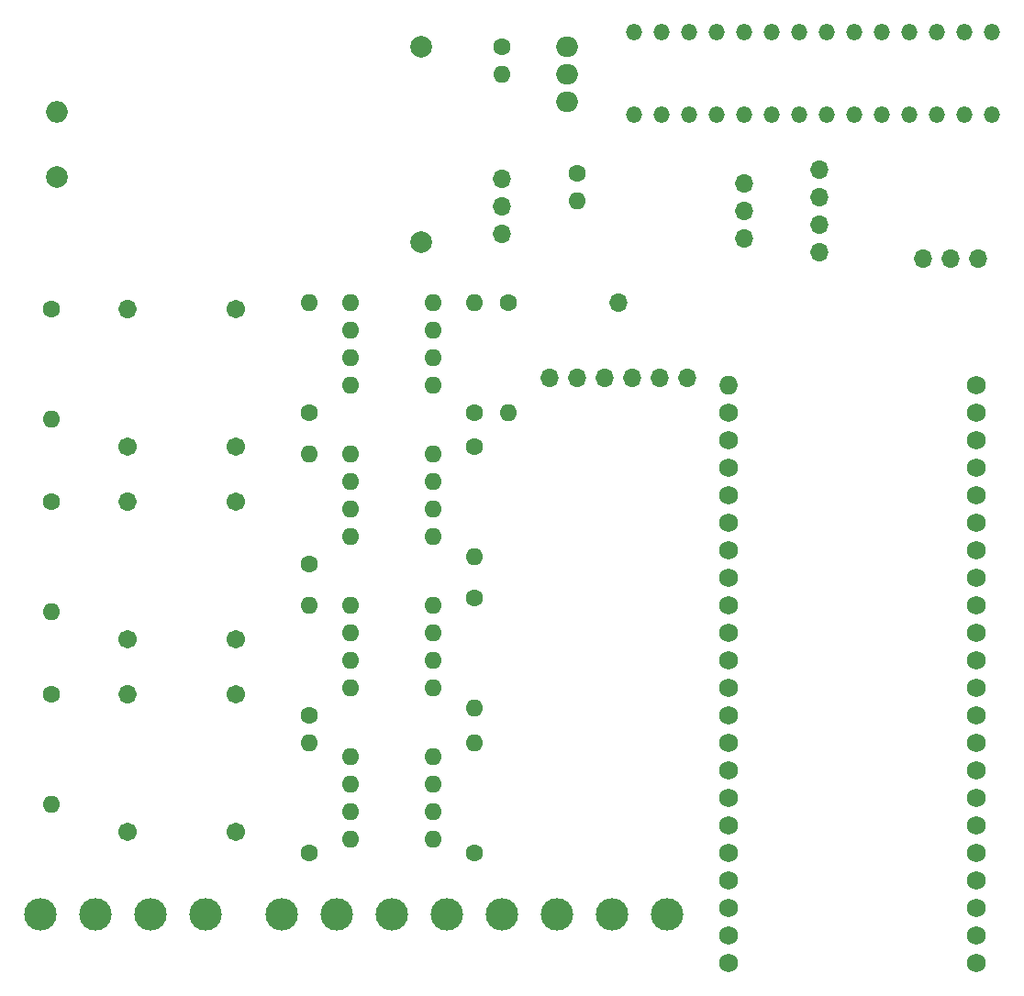
<source format=gbr>
%TF.GenerationSoftware,KiCad,Pcbnew,7.0.10*%
%TF.CreationDate,2024-06-01T01:33:42-03:00*%
%TF.ProjectId,board,626f6172-642e-46b6-9963-61645f706362,1.1*%
%TF.SameCoordinates,Original*%
%TF.FileFunction,Soldermask,Bot*%
%TF.FilePolarity,Negative*%
%FSLAX46Y46*%
G04 Gerber Fmt 4.6, Leading zero omitted, Abs format (unit mm)*
G04 Created by KiCad (PCBNEW 7.0.10) date 2024-06-01 01:33:42*
%MOMM*%
%LPD*%
G01*
G04 APERTURE LIST*
%ADD10O,1.600000X1.600000*%
%ADD11O,1.500000X1.500000*%
%ADD12C,1.600000*%
%ADD13O,2.000000X2.000000*%
%ADD14C,2.000000*%
%ADD15O,1.734000X1.734000*%
%ADD16C,1.734000*%
%ADD17O,1.712000X1.712000*%
%ADD18C,1.712000*%
%ADD19O,3.000000X3.000000*%
%ADD20C,3.000000*%
%ADD21O,1.700000X1.700000*%
%ADD22O,2.000000X1.905000*%
G04 APERTURE END LIST*
D10*
%TO.C,AMP3*%
X131953000Y-96748600D03*
X131953000Y-99288600D03*
X131953000Y-101828600D03*
X131953000Y-104368600D03*
X139573000Y-104368600D03*
X139573000Y-101828600D03*
X139573000Y-99288600D03*
X139573000Y-96748600D03*
%TD*%
D11*
%TO.C,DZ14*%
X191135000Y-51435000D03*
X191135000Y-43815000D03*
%TD*%
D12*
%TO.C,R9*%
X143373000Y-82133600D03*
D10*
X143373000Y-92293600D03*
%TD*%
D11*
%TO.C,DZ2*%
X160655000Y-51435000D03*
X160655000Y-43815000D03*
%TD*%
D12*
%TO.C,R7*%
X128133000Y-92928600D03*
D10*
X128133000Y-82768600D03*
%TD*%
D13*
%TO.C,PS1*%
X104883000Y-51193600D03*
D14*
X104883000Y-57193600D03*
X138483000Y-45193600D03*
X138483000Y-63193600D03*
%TD*%
D15*
%TO.C,MCU1*%
X166868000Y-76418600D03*
D16*
X166868000Y-78958600D03*
X166868000Y-81498600D03*
X166868000Y-84038600D03*
X166868000Y-86578600D03*
X166868000Y-89118600D03*
X166868000Y-91658600D03*
X166868000Y-94198600D03*
X166868000Y-96738600D03*
X166868000Y-99278600D03*
X166868000Y-101818600D03*
X166868000Y-104358600D03*
X166868000Y-106898600D03*
X166868000Y-109438600D03*
X166868000Y-111978600D03*
X166868000Y-114518600D03*
X166868000Y-117058600D03*
X166868000Y-119598600D03*
X166868000Y-122138600D03*
X166868000Y-124678600D03*
X166868000Y-127218600D03*
X166868000Y-129758600D03*
X189728000Y-76418600D03*
X189728000Y-78958600D03*
X189728000Y-81498600D03*
X189728000Y-84038600D03*
X189728000Y-86578600D03*
X189728000Y-89118600D03*
X189728000Y-91658600D03*
X189728000Y-94198600D03*
X189728000Y-96738600D03*
X189728000Y-99278600D03*
X189728000Y-101818600D03*
X189728000Y-104358600D03*
X189728000Y-106898600D03*
X189728000Y-109438600D03*
X189728000Y-111978600D03*
X189728000Y-114518600D03*
X189728000Y-117058600D03*
X189728000Y-119598600D03*
X189728000Y-122138600D03*
X189728000Y-124678600D03*
X189728000Y-127218600D03*
X189728000Y-129758600D03*
%TD*%
D11*
%TO.C,DZ13*%
X188595000Y-43815000D03*
X188595000Y-51435000D03*
%TD*%
D10*
%TO.C,AMP4*%
X139553000Y-118318600D03*
X139553000Y-115778600D03*
X139553000Y-113238600D03*
X139553000Y-110698600D03*
X131933000Y-110698600D03*
X131933000Y-113238600D03*
X131933000Y-115778600D03*
X131933000Y-118318600D03*
%TD*%
D11*
%TO.C,DZ6*%
X170815000Y-51440000D03*
X170815000Y-43820000D03*
%TD*%
%TO.C,DZ5*%
X168275000Y-43810000D03*
X168275000Y-51430000D03*
%TD*%
D17*
%TO.C,TP1*%
X111385500Y-69433600D03*
D18*
X111385500Y-82133600D03*
X121385500Y-82133600D03*
X121385500Y-69433600D03*
%TD*%
D19*
%TO.C,J6*%
X125593000Y-125313600D03*
D20*
X130673000Y-125313600D03*
%TD*%
D21*
%TO.C,P1*%
X184800000Y-64770000D03*
X187340000Y-64770000D03*
X189880000Y-64770000D03*
%TD*%
D12*
%TO.C,R2*%
X143373000Y-78958600D03*
D10*
X143373000Y-68798600D03*
%TD*%
D12*
%TO.C,R11*%
X143373000Y-119598600D03*
D10*
X143373000Y-109438600D03*
%TD*%
D11*
%TO.C,DZ11*%
X183515000Y-43815000D03*
X183515000Y-51435000D03*
%TD*%
D21*
%TO.C,SW1*%
X145913000Y-57368600D03*
X145913000Y-59908600D03*
X145913000Y-62448600D03*
%TD*%
D12*
%TO.C,R6*%
X128133000Y-78958600D03*
D10*
X128133000Y-68798600D03*
%TD*%
D11*
%TO.C,DZ3*%
X163195000Y-43805000D03*
X163195000Y-51425000D03*
%TD*%
D12*
%TO.C,R10*%
X143373000Y-96103600D03*
D10*
X143373000Y-106263600D03*
%TD*%
D17*
%TO.C,TP2*%
X111385500Y-87213600D03*
D18*
X111385500Y-99913600D03*
X121385500Y-99913600D03*
X121385500Y-87213600D03*
%TD*%
D12*
%TO.C,R3*%
X104400500Y-69433600D03*
D10*
X104400500Y-79593600D03*
%TD*%
D12*
%TO.C,R12*%
X128133000Y-119598600D03*
D10*
X128133000Y-109438600D03*
%TD*%
D11*
%TO.C,DZ12*%
X186055000Y-51440000D03*
X186055000Y-43820000D03*
%TD*%
D10*
%TO.C,C2*%
X152898000Y-59368600D03*
D12*
X152898000Y-56868600D03*
%TD*%
D19*
%TO.C,J3*%
X156073000Y-125313600D03*
D20*
X161153000Y-125313600D03*
%TD*%
D19*
%TO.C,J1*%
X103368000Y-125313600D03*
D20*
X108448000Y-125313600D03*
%TD*%
D21*
%TO.C,P4*%
X168275000Y-57785000D03*
X168275000Y-60325000D03*
X168275000Y-62865000D03*
%TD*%
D11*
%TO.C,DZ9*%
X178435000Y-43810000D03*
X178435000Y-51430000D03*
%TD*%
%TO.C,DZ7*%
X173355000Y-43810000D03*
X173355000Y-51430000D03*
%TD*%
D19*
%TO.C,J5*%
X135753000Y-125313600D03*
D20*
X140833000Y-125313600D03*
%TD*%
D21*
%TO.C,P5*%
X150358000Y-75783600D03*
X152898000Y-75783600D03*
X155438000Y-75783600D03*
X157978000Y-75783600D03*
X160518000Y-75783600D03*
X163058000Y-75783600D03*
%TD*%
D11*
%TO.C,DZ4*%
X165735000Y-51435000D03*
X165735000Y-43815000D03*
%TD*%
D21*
%TO.C,P3*%
X175260000Y-56525000D03*
X175260000Y-59065000D03*
X175260000Y-61605000D03*
X175260000Y-64145000D03*
%TD*%
D17*
%TO.C,TP3*%
X111385500Y-104993600D03*
D18*
X111385500Y-117693600D03*
X121385500Y-117693600D03*
X121385500Y-104993600D03*
%TD*%
D11*
%TO.C,DZ1*%
X158115000Y-43810000D03*
X158115000Y-51430000D03*
%TD*%
D10*
%TO.C,C1*%
X145913000Y-47693600D03*
D12*
X145913000Y-45193600D03*
%TD*%
%TO.C,R8*%
X128133000Y-106908600D03*
D10*
X128133000Y-96748600D03*
%TD*%
D19*
%TO.C,J2*%
X113528000Y-125313600D03*
D20*
X118608000Y-125313600D03*
%TD*%
D21*
%TO.C,P2*%
X156708000Y-68798600D03*
%TD*%
D22*
%TO.C,PS2*%
X151953000Y-45193600D03*
X151953000Y-47733600D03*
X151953000Y-50273600D03*
%TD*%
D11*
%TO.C,DZ8*%
X175895000Y-51440000D03*
X175895000Y-43820000D03*
%TD*%
%TO.C,DZ10*%
X180975000Y-51440000D03*
X180975000Y-43820000D03*
%TD*%
D12*
%TO.C,R4*%
X104400500Y-87213600D03*
D10*
X104400500Y-97373600D03*
%TD*%
D12*
%TO.C,R5*%
X104400500Y-104993600D03*
D10*
X104400500Y-115153600D03*
%TD*%
D12*
%TO.C,R1*%
X146548000Y-68798600D03*
D10*
X146548000Y-78958600D03*
%TD*%
D19*
%TO.C,J4*%
X145913000Y-125313600D03*
D20*
X150993000Y-125313600D03*
%TD*%
D10*
%TO.C,AMP2*%
X131953000Y-82778600D03*
X131953000Y-85318600D03*
X131953000Y-87858600D03*
X131953000Y-90398600D03*
X139573000Y-90398600D03*
X139573000Y-87858600D03*
X139573000Y-85318600D03*
X139573000Y-82778600D03*
%TD*%
%TO.C,AMP1*%
X131943000Y-68798600D03*
X131943000Y-71338600D03*
X131943000Y-73878600D03*
X131943000Y-76418600D03*
X139563000Y-76418600D03*
X139563000Y-73878600D03*
X139563000Y-71338600D03*
X139563000Y-68798600D03*
%TD*%
M02*

</source>
